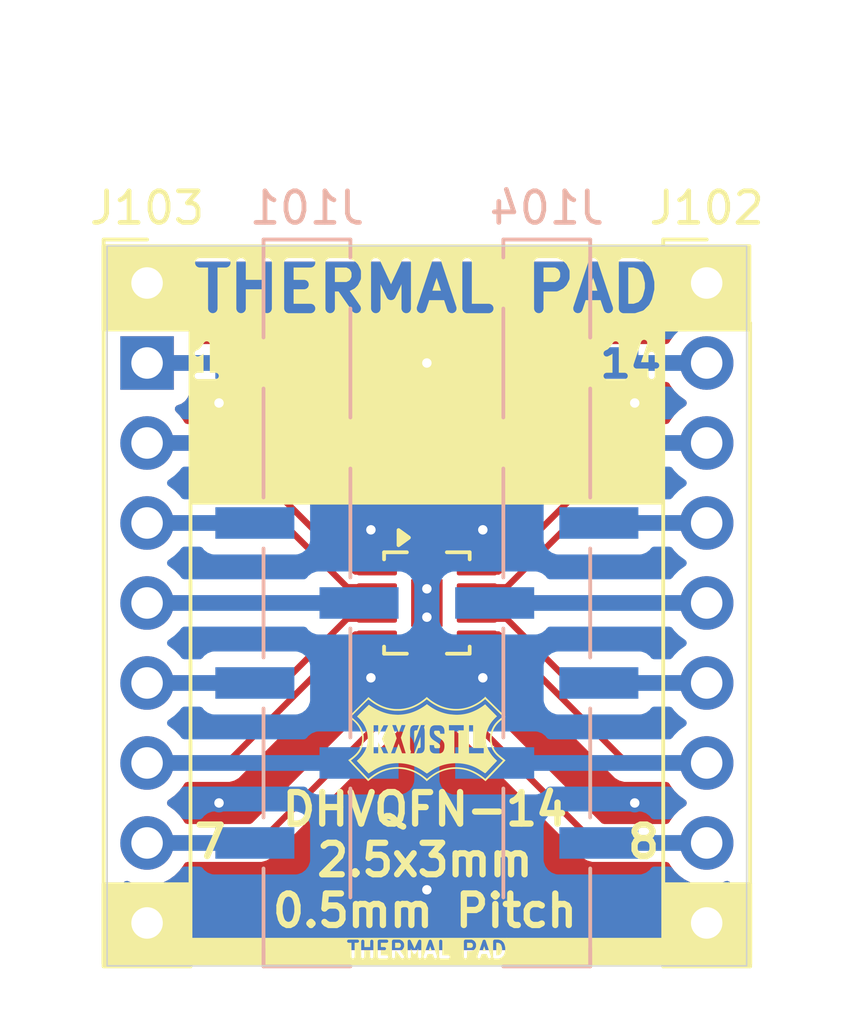
<source format=kicad_pcb>
(kicad_pcb (version 20241229) (generator "pcbnew") (generator_version "9.0")
  (layers (0 "F.Cu" signal) (2 "B.Cu" signal) (13 "F.Paste" user) (15 "B.Paste" user) (5 "F.SilkS" user "F.Silkscreen") (7 "B.SilkS" user "B.Silkscreen") (1 "F.Mask" user) (3 "B.Mask" user) (25 "Edge.Cuts" user))
  (net 0 "")
  (net 1 "/10")
  (net 2 "/3")
  (net 3 "/6")
  (net 4 "/8")
  (net 5 "/1")
  (net 6 "/7")
  (net 7 "/2")
  (net 8 "/9")
  (net 9 "/14")
  (net 10 "/15")
  (net 11 "/5")
  (net 12 "/4")
  (net 13 "/13")
  (net 14 "/12")
  (net 15 "/11")
  (footprint "Package_DFN_QFN:DHVQFN-14-1EP_2.5x3mm_P0.5mm_EP1x1.5mm" (layer "F.Cu") (at 133.096 111.252)
    (property "Reference" "U101" (hide yes))
    (property "Value" "DHVQFN-14")
    (pad "1" smd roundrect (at -0.25 -1.8375) (size 0.25 1.275) (layers "F.Cu" "F.Mask" "F.Paste") (net 5 "/1"))
    (pad "2" smd roundrect (at -1.5875 -1) (size 1.275 0.25) (layers "F.Cu" "F.Mask" "F.Paste") (net 7 "/2"))
    (pad "3" smd roundrect (at -1.5875 -0.5) (size 1.275 0.25) (layers "F.Cu" "F.Mask" "F.Paste") (net 2 "/3"))
    (pad "4" smd roundrect (at -1.5875 0) (size 1.275 0.25) (layers "F.Cu" "F.Mask" "F.Paste") (net 12 "/4"))
    (pad "5" smd roundrect (at -1.5875 0.5) (size 1.275 0.25) (layers "F.Cu" "F.Mask" "F.Paste") (net 11 "/5"))
    (pad "6" smd roundrect (at -1.5875 1) (size 1.275 0.25) (layers "F.Cu" "F.Mask" "F.Paste") (net 3 "/6"))
    (pad "7" smd roundrect (at -0.25 1.8375) (size 0.25 1.275) (layers "F.Cu" "F.Mask" "F.Paste") (net 6 "/7"))
    (pad "8" smd roundrect (at 0.25 1.8375) (size 0.25 1.275) (layers "F.Cu" "F.Mask" "F.Paste") (net 4 "/8"))
    (pad "9" smd roundrect (at 1.5875 1) (size 1.275 0.25) (layers "F.Cu" "F.Mask" "F.Paste") (net 8 "/9"))
    (pad "10" smd roundrect (at 1.5875 0.5) (size 1.275 0.25) (layers "F.Cu" "F.Mask" "F.Paste") (net 1 "/10"))
    (pad "11" smd roundrect (at 1.5875 0) (size 1.275 0.25) (layers "F.Cu" "F.Mask" "F.Paste") (net 15 "/11"))
    (pad "12" smd roundrect (at 1.5875 -0.5) (size 1.275 0.25) (layers "F.Cu" "F.Mask" "F.Paste") (net 14 "/12"))
    (pad "13" smd roundrect (at 1.5875 -1) (size 1.275 0.25) (layers "F.Cu" "F.Mask" "F.Paste") (net 13 "/13"))
    (pad "14" smd roundrect (at 0.25 -1.8375) (size 0.25 1.275) (layers "F.Cu" "F.Mask" "F.Paste") (net 9 "/14"))
    (pad "15" thru_hole circle (at 0 -0.45) (size 0.6 0.6) (drill 0.3) (layers "*.Cu" "*.Mask") (net 10 "/15"))
    (pad "15" smd rect (at 0 0) (size 1 1.5) (property pad_prop_heatsink) (layers "F.Cu" "F.Mask") (net 10 "/15"))
    (pad "15" thru_hole circle (at 0 0.45) (size 0.6 0.6) (drill 0.3) (layers "*.Cu" "*.Mask") (net 10 "/15"))
  )
  (footprint "libraries:Logo_5mm_inv" (layer "F.Cu") (at 133.096 115.57)
    (property "Reference" "G***" (hide yes))
    (property "Value" "LOGO" (hide yes))
  )
  (footprint "Connector_PinHeader_2.54mm:PinHeader_1x09_P2.54mm_Vertical" (layer "F.Cu") (at 124.206 101.092)
    (property "Reference" "J103" (at 0 -2.38 0) (layer "F.SilkS"))
    (property "Value" "Conn_01x12")
    (pad "1" thru_hole circle (at 0 0) (size 1.7 1.7) (drill 1) (layers "*.Cu" "*.Mask") (net 10 "/15"))
    (pad "2" thru_hole rect (at 0 2.54) (size 1.7 1.7) (drill 1) (layers "*.Cu" "*.Mask") (net 5 "/1"))
    (pad "3" thru_hole circle (at 0 5.08) (size 1.7 1.7) (drill 1) (layers "*.Cu" "*.Mask") (net 7 "/2"))
    (pad "4" thru_hole circle (at 0 7.62) (size 1.7 1.7) (drill 1) (layers "*.Cu" "*.Mask") (net 2 "/3"))
    (pad "5" thru_hole circle (at 0 10.16) (size 1.7 1.7) (drill 1) (layers "*.Cu" "*.Mask") (net 12 "/4"))
    (pad "6" thru_hole circle (at 0 12.7) (size 1.7 1.7) (drill 1) (layers "*.Cu" "*.Mask") (net 11 "/5"))
    (pad "7" thru_hole circle (at 0 15.24) (size 1.7 1.7) (drill 1) (layers "*.Cu" "*.Mask") (net 3 "/6"))
    (pad "8" thru_hole circle (at 0 17.78) (size 1.7 1.7) (drill 1) (layers "*.Cu" "*.Mask") (net 6 "/7"))
    (pad "9" thru_hole circle (at 0 20.32) (size 1.7 1.7) (drill 1) (layers "*.Cu" "*.Mask") (net 10 "/15"))
  )
  (footprint "Connector_PinHeader_2.54mm:PinHeader_1x09_P2.54mm_Vertical" (layer "F.Cu") (at 141.986 101.092)
    (property "Reference" "J102" (at 0 -2.38 0) (layer "F.SilkS"))
    (property "Value" "Conn_01x09")
    (pad "1" thru_hole circle (at 0 0) (size 1.7 1.7) (drill 1) (layers "*.Cu" "*.Mask") (net 10 "/15"))
    (pad "2" thru_hole circle (at 0 2.54) (size 1.7 1.7) (drill 1) (layers "*.Cu" "*.Mask") (net 9 "/14"))
    (pad "3" thru_hole circle (at 0 5.08) (size 1.7 1.7) (drill 1) (layers "*.Cu" "*.Mask") (net 13 "/13"))
    (pad "4" thru_hole circle (at 0 7.62) (size 1.7 1.7) (drill 1) (layers "*.Cu" "*.Mask") (net 14 "/12"))
    (pad "5" thru_hole circle (at 0 10.16) (size 1.7 1.7) (drill 1) (layers "*.Cu" "*.Mask") (net 15 "/11"))
    (pad "6" thru_hole circle (at 0 12.7) (size 1.7 1.7) (drill 1) (layers "*.Cu" "*.Mask") (net 1 "/10"))
    (pad "7" thru_hole circle (at 0 15.24) (size 1.7 1.7) (drill 1) (layers "*.Cu" "*.Mask") (net 8 "/9"))
    (pad "8" thru_hole circle (at 0 17.78) (size 1.7 1.7) (drill 1) (layers "*.Cu" "*.Mask") (net 4 "/8"))
    (pad "9" thru_hole circle (at 0 20.32) (size 1.7 1.7) (drill 1) (layers "*.Cu" "*.Mask") (net 10 "/15"))
  )
  (footprint "Connector_PinHeader_2.54mm:PinHeader_1x09_P2.54mm_Vertical_SMD_Pin1Left" (layer "B.Cu") (at 129.286 111.252 180)
    (property "Reference" "J101" (at 0 12.54 0) (layer "B.SilkS") (effects (justify mirror)))
    (property "Value" "Conn_01x09")
    (pad "1" smd rect (at -1.655 10.16 180) (size 2.51 1) (layers "B.Cu" "B.Mask" "B.Paste") (net 10 "/15"))
    (pad "2" smd rect (at 1.655 7.62 180) (size 2.51 1) (layers "B.Cu" "B.Mask" "B.Paste") (net 5 "/1"))
    (pad "3" smd rect (at -1.655 5.08 180) (size 2.51 1) (layers "B.Cu" "B.Mask" "B.Paste") (net 7 "/2"))
    (pad "4" smd rect (at 1.655 2.54 180) (size 2.51 1) (layers "B.Cu" "B.Mask" "B.Paste") (net 2 "/3"))
    (pad "5" smd rect (at -1.655 0 180) (size 2.51 1) (layers "B.Cu" "B.Mask" "B.Paste") (net 12 "/4"))
    (pad "6" smd rect (at 1.655 -2.54 180) (size 2.51 1) (layers "B.Cu" "B.Mask" "B.Paste") (net 11 "/5"))
    (pad "7" smd rect (at -1.655 -5.08 180) (size 2.51 1) (layers "B.Cu" "B.Mask" "B.Paste") (net 3 "/6"))
    (pad "8" smd rect (at 1.655 -7.62 180) (size 2.51 1) (layers "B.Cu" "B.Mask" "B.Paste") (net 6 "/7"))
    (pad "9" smd rect (at -1.655 -10.16 180) (size 2.51 1) (layers "B.Cu" "B.Mask" "B.Paste") (net 10 "/15"))
  )
  (footprint "Connector_PinHeader_2.54mm:PinHeader_1x09_P2.54mm_Vertical_SMD_Pin1Right" (layer "B.Cu") (at 136.906 111.252 180)
    (property "Reference" "J104" (at 0 12.54 0) (layer "B.SilkS") (effects (justify mirror)))
    (property "Value" "Conn_01x09")
    (pad "1" smd rect (at 1.655 10.16 180) (size 2.51 1) (layers "B.Cu" "B.Mask" "B.Paste") (net 10 "/15"))
    (pad "2" smd rect (at -1.655 7.62 180) (size 2.51 1) (layers "B.Cu" "B.Mask" "B.Paste") (net 9 "/14"))
    (pad "3" smd rect (at 1.655 5.08 180) (size 2.51 1) (layers "B.Cu" "B.Mask" "B.Paste") (net 13 "/13"))
    (pad "4" smd rect (at -1.655 2.54 180) (size 2.51 1) (layers "B.Cu" "B.Mask" "B.Paste") (net 14 "/12"))
    (pad "5" smd rect (at 1.655 0 180) (size 2.51 1) (layers "B.Cu" "B.Mask" "B.Paste") (net 15 "/11"))
    (pad "6" smd rect (at -1.655 -2.54 180) (size 2.51 1) (layers "B.Cu" "B.Mask" "B.Paste") (net 1 "/10"))
    (pad "7" smd rect (at 1.655 -5.08 180) (size 2.51 1) (layers "B.Cu" "B.Mask" "B.Paste") (net 8 "/9"))
    (pad "8" smd rect (at -1.655 -7.62 180) (size 2.51 1) (layers "B.Cu" "B.Mask" "B.Paste") (net 4 "/8"))
    (pad "9" smd rect (at 1.655 -10.16 180) (size 2.51 1) (layers "B.Cu" "B.Mask" "B.Paste") (net 10 "/15"))
  )
  (gr_rect (start 135.642968 121.934471) (end 141.097 122.713966) (stroke (width 0.1)) (fill yes) (layer "F.SilkS"))
  (gr_rect (start 122.809 120.173037) (end 125.530898 122.713037) (stroke (width 0.1)) (fill yes) (layer "F.SilkS"))
  (gr_rect (start 125.121358 121.934423) (end 130.504688 122.721823) (stroke (width 0.1)) (fill yes) (layer "F.SilkS"))
  (gr_rect (start 140.640913 120.173037) (end 143.383 122.713037) (stroke (width 0.1)) (fill yes) (layer "F.SilkS"))
  (gr_rect (start 122.809 99.912274) (end 125.5945 102.579524) (stroke (width 0.1)) (fill yes) (layer "F.SilkS"))
  (gr_rect (start 125.222 99.912274) (end 140.63975 100.140874) (stroke (width 0.1)) (fill yes) (layer "F.SilkS"))
  (gr_rect (start 125.603 104.648) (end 140.589 108.077) (stroke (width 0.1)) (fill yes) (layer "F.SilkS"))
  (gr_rect (start 125.659 102.410557) (end 140.533 102.795957) (stroke (width 0.1)) (fill yes) (layer "F.SilkS"))
  (gr_rect (start 130.302 122.630176) (end 135.763 122.713037) (stroke (width 0.1)) (fill yes) (layer "F.SilkS"))
  (gr_rect (start 125.663 104.2545) (end 140.537 107.2655) (stroke (width 0.1)) (fill yes) (layer "F.SilkS"))
  (gr_rect (start 125.04425 102.173124) (end 141.351 102.579524) (stroke (width 0.1)) (fill yes) (layer "F.SilkS"))
  (gr_rect (start 126.599 102.489) (end 138.593 106.68) (stroke (width 0.1)) (fill yes) (layer "F.SilkS"))
  (gr_rect (start 140.49175 99.912274) (end 143.35325 102.579524) (stroke (width 0.1)) (fill yes) (layer "F.SilkS"))
  (gr_rect (start 122.936 99.912274) (end 143.256 122.772274) (stroke (width 0.05)) (fill no) (layer "Edge.Cuts"))
  (gr_text "14" (at 139.57 103.59 0) (layer "F.SilkS" knockout) (effects (font (size 1 1) (thickness 0.2) (bold yes))))
  (gr_text "THERMAL PAD" (at 133.096 101.245899 0) (layer "F.SilkS" knockout) (effects (font (size 1.45 1.45) (thickness 0.3))))
  (gr_text "1" (at 126.1 103.59 0) (layer "F.SilkS" knockout) (effects (font (size 1 1) (thickness 0.2) (bold yes))))
  (gr_text "DHVQFN-14\n2.5x3mm\n0.5mm Pitch" (at 133.0325 121.608781 0) (layer "F.SilkS") (effects (font (size 1 1) (thickness 0.2) (bold yes)) (justify bottom)))
  (gr_text "8" (at 140.589 118.835274 0) (layer "F.SilkS") (effects (font (size 1 1) (thickness 0.2) (bold yes)) (justify right)))
  (gr_text "THERMAL PAD" (at 133.096 122.264274 0) (layer "F.SilkS" knockout) (effects (font (size 0.5 0.5) (thickness 0.1) (bold yes))))
  (gr_text "7" (at 125.603 118.835274 0) (layer "F.SilkS") (effects (font (size 1 1) (thickness 0.2) (bold yes)) (justify left)))
  (segment (start 134.6835 111.752) (end 135.628 111.752) (width 0.2) (layer "F.Cu") (net 1))
  (segment (start 137.668 113.792) (end 141.986 113.792) (width 0.2) (layer "F.Cu") (net 1))
  (segment (start 135.628 111.752) (end 137.668 113.792) (width 0.2) (layer "F.Cu") (net 1))
  (segment (start 141.986 113.792) (end 138.561 113.792) (width 0.5) (layer "B.Cu") (net 1))
  (segment (start 130.564 110.752) (end 128.524 108.712) (width 0.2) (layer "F.Cu") (net 2))
  (segment (start 131.5085 110.752) (end 130.564 110.752) (width 0.2) (layer "F.Cu") (net 2))
  (segment (start 128.524 108.712) (end 124.206 108.712) (width 0.2) (layer "F.Cu") (net 2))
  (segment (start 124.206 108.712) (end 127.631 108.712) (width 0.5) (layer "B.Cu") (net 2))
  (segment (start 130.826 112.252) (end 126.746 116.332) (width 0.2) (layer "F.Cu") (net 3))
  (segment (start 126.746 116.332) (end 124.206 116.332) (width 0.2) (layer "F.Cu") (net 3))
  (segment (start 131.5085 112.252) (end 130.826 112.252) (width 0.2) (layer "F.Cu") (net 3))
  (segment (start 124.206 116.332) (end 130.941 116.332) (width 0.5) (layer "B.Cu") (net 3))
  (segment (start 133.346 113.0895) (end 133.346 113.788) (width 0.2) (layer "F.Cu") (net 4))
  (segment (start 133.346 113.788) (end 138.43 118.872) (width 0.2) (layer "F.Cu") (net 4))
  (segment (start 138.43 118.872) (end 141.986 118.872) (width 0.2) (layer "F.Cu") (net 4))
  (segment (start 141.986 118.872) (end 138.561 118.872) (width 0.5) (layer "B.Cu") (net 4))
  (segment (start 127.762 103.632) (end 124.206 103.632) (width 0.2) (layer "F.Cu") (net 5))
  (segment (start 132.846 108.716) (end 127.762 103.632) (width 0.2) (layer "F.Cu") (net 5))
  (segment (start 132.846 109.4145) (end 132.846 108.716) (width 0.2) (layer "F.Cu") (net 5))
  (segment (start 124.206 103.632) (end 127.631 103.632) (width 0.5) (layer "B.Cu") (net 5))
  (segment (start 132.846 113.788) (end 127.762 118.872) (width 0.2) (layer "F.Cu") (net 6))
  (segment (start 132.846 113.0895) (end 132.846 113.788) (width 0.2) (layer "F.Cu") (net 6))
  (segment (start 127.762 118.872) (end 124.206 118.872) (width 0.2) (layer "F.Cu") (net 6))
  (segment (start 124.206 118.872) (end 127.631 118.872) (width 0.5) (layer "B.Cu") (net 6))
  (segment (start 126.746 106.172) (end 124.206 106.172) (width 0.2) (layer "F.Cu") (net 7))
  (segment (start 130.826 110.252) (end 126.746 106.172) (width 0.2) (layer "F.Cu") (net 7))
  (segment (start 131.5085 110.252) (end 130.826 110.252) (width 0.2) (layer "F.Cu") (net 7))
  (segment (start 124.206 106.172) (end 130.941 106.172) (width 0.5) (layer "B.Cu") (net 7))
  (segment (start 139.446 116.332) (end 141.986 116.332) (width 0.2) (layer "F.Cu") (net 8))
  (segment (start 134.6835 112.252) (end 135.366 112.252) (width 0.2) (layer "F.Cu") (net 8))
  (segment (start 135.366 112.252) (end 139.446 116.332) (width 0.2) (layer "F.Cu") (net 8))
  (segment (start 141.986 116.332) (end 135.251 116.332) (width 0.5) (layer "B.Cu") (net 8))
  (segment (start 133.346 109.4145) (end 133.346 108.716) (width 0.2) (layer "F.Cu") (net 9))
  (segment (start 138.43 103.632) (end 141.986 103.632) (width 0.2) (layer "F.Cu") (net 9))
  (segment (start 133.346 108.716) (end 138.43 103.632) (width 0.2) (layer "F.Cu") (net 9))
  (segment (start 141.986 103.632) (end 138.561 103.632) (width 0.5) (layer "B.Cu") (net 9))
  (via (at 133.096 120.359274) (size 0.6) (drill 0.3) (layers "F.Cu" "B.Cu") (net 10))
  (via (at 139.7 104.902) (size 0.6) (drill 0.3) (layers "F.Cu" "B.Cu") (net 10))
  (via (at 133.096 103.632) (size 0.6) (drill 0.3) (layers "F.Cu" "B.Cu") (net 10))
  (via (at 131.318 108.929274) (size 0.6) (drill 0.3) (layers "F.Cu" "B.Cu") (net 10))
  (via (at 131.318 113.628274) (size 0.6) (drill 0.3) (layers "F.Cu" "B.Cu") (net 10))
  (via (at 134.874 108.929274) (size 0.6) (drill 0.3) (layers "F.Cu" "B.Cu") (net 10))
  (via (at 139.7 117.602) (size 0.6) (drill 0.3) (layers "F.Cu" "B.Cu") (net 10))
  (via (at 126.492 117.602) (size 0.6) (drill 0.3) (layers "F.Cu" "B.Cu") (net 10))
  (via (at 134.874 113.628274) (size 0.6) (drill 0.3) (layers "F.Cu" "B.Cu") (net 10))
  (via (at 126.492 104.902) (size 0.6) (drill 0.3) (layers "F.Cu" "B.Cu") (net 10))
  (segment (start 124.206 121.412) (end 141.986 121.412) (width 0.5) (layer "B.Cu") (net 10))
  (segment (start 141.986 101.092) (end 124.206 101.092) (width 0.5) (layer "B.Cu") (net 10))
  (segment (start 131.5085 111.752) (end 130.564 111.752) (width 0.2) (layer "F.Cu") (net 11))
  (segment (start 128.524 113.792) (end 124.206 113.792) (width 0.2) (layer "F.Cu") (net 11))
  (segment (start 130.564 111.752) (end 128.524 113.792) (width 0.2) (layer "F.Cu") (net 11))
  (segment (start 124.206 113.792) (end 127.631 113.792) (width 0.5) (layer "B.Cu") (net 11))
  (segment (start 131.5085 111.252) (end 124.206 111.252) (width 0.2) (layer "F.Cu") (net 12))
  (segment (start 124.206 111.252) (end 130.941 111.252) (width 0.5) (layer "B.Cu") (net 12))
  (segment (start 139.446 106.172) (end 141.986 106.172) (width 0.2) (layer "F.Cu") (net 13))
  (segment (start 135.366 110.252) (end 139.446 106.172) (width 0.2) (layer "F.Cu") (net 13))
  (segment (start 134.6835 110.252) (end 135.366 110.252) (width 0.2) (layer "F.Cu") (net 13))
  (segment (start 141.986 106.172) (end 135.251 106.172) (width 0.5) (layer "B.Cu") (net 13))
  (segment (start 135.628 110.752) (end 137.668 108.712) (width 0.2) (layer "F.Cu") (net 14))
  (segment (start 137.668 108.712) (end 141.986 108.712) (width 0.2) (layer "F.Cu") (net 14))
  (segment (start 134.6835 110.752) (end 135.628 110.752) (width 0.2) (layer "F.Cu") (net 14))
  (segment (start 141.986 108.712) (end 138.561 108.712) (width 0.5) (layer "B.Cu") (net 14))
  (segment (start 134.6835 111.252) (end 141.986 111.252) (width 0.2) (layer "F.Cu") (net 15))
  (segment (start 141.986 111.252) (end 135.251 111.252) (width 0.5) (layer "B.Cu") (net 15))
  (zone (net 10) (net_name "/15") (layers "F.Cu" "B.Cu") (priority 1) (connect_pads yes (clearance 0.5)) (min_thickness 0.25) (fill yes (thermal_gap 0.5) (thermal_bridge_width 0.5))
    (polygon (pts (xy 122.988658 99.90223) (xy 143.308658 99.90223) (xy 143.308658 122.76223) (xy 122.988658 122.76223)))
  )
)
</source>
